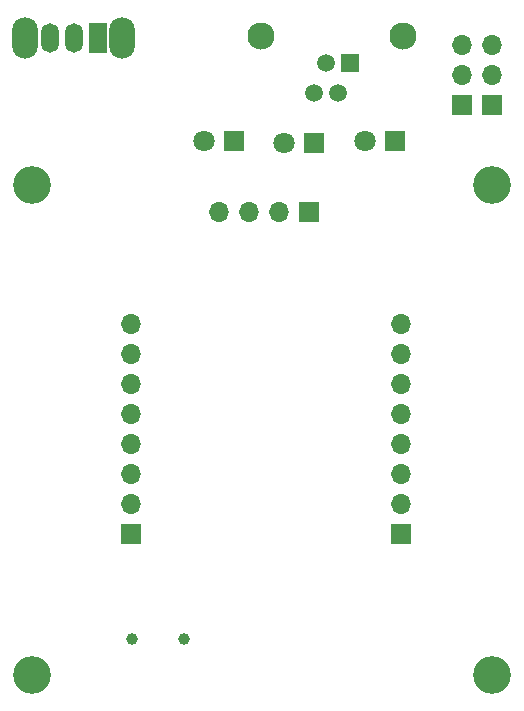
<source format=gbr>
G04 #@! TF.GenerationSoftware,KiCad,Pcbnew,(5.1.7)-1*
G04 #@! TF.CreationDate,2021-03-31T14:02:48+02:00*
G04 #@! TF.ProjectId,Temperature-controller-with-ESP8266,54656d70-6572-4617-9475-72652d636f6e,rev?*
G04 #@! TF.SameCoordinates,Original*
G04 #@! TF.FileFunction,Soldermask,Bot*
G04 #@! TF.FilePolarity,Negative*
%FSLAX46Y46*%
G04 Gerber Fmt 4.6, Leading zero omitted, Abs format (unit mm)*
G04 Created by KiCad (PCBNEW (5.1.7)-1) date 2021-03-31 14:02:48*
%MOMM*%
%LPD*%
G01*
G04 APERTURE LIST*
%ADD10C,1.000000*%
%ADD11O,1.700000X1.700000*%
%ADD12R,1.700000X1.700000*%
%ADD13C,2.300000*%
%ADD14R,1.500000X1.500000*%
%ADD15C,1.500000*%
%ADD16C,1.800000*%
%ADD17R,1.800000X1.800000*%
%ADD18O,2.200000X3.500000*%
%ADD19O,1.500000X2.500000*%
%ADD20R,1.500000X2.500000*%
%ADD21C,3.200000*%
G04 APERTURE END LIST*
D10*
X128692000Y-116845000D03*
X124292000Y-116845000D03*
D11*
X147066000Y-90170000D03*
X147066000Y-92710000D03*
X147066000Y-95250000D03*
X147066000Y-97790000D03*
X147066000Y-100330000D03*
X147066000Y-102870000D03*
X147066000Y-105410000D03*
D12*
X147066000Y-107950000D03*
D13*
X147218000Y-65772000D03*
D14*
X142748000Y-68072000D03*
D15*
X141728000Y-70612000D03*
X140708000Y-68072000D03*
D13*
X135218000Y-65772000D03*
D15*
X139688000Y-70612000D03*
D11*
X131699000Y-80645000D03*
X134239000Y-80645000D03*
X136779000Y-80645000D03*
D12*
X139319000Y-80645000D03*
D16*
X144018000Y-74676000D03*
D17*
X146558000Y-74676000D03*
D18*
X115280000Y-65913000D03*
X123480000Y-65913000D03*
D19*
X117380000Y-65913000D03*
X119380000Y-65913000D03*
D20*
X121380000Y-65913000D03*
D21*
X115824000Y-78359000D03*
X115824000Y-119888000D03*
X154813000Y-78359000D03*
X154813000Y-119888000D03*
D12*
X124206000Y-107950000D03*
D11*
X124206000Y-105410000D03*
X124206000Y-102870000D03*
X124206000Y-100330000D03*
X124206000Y-97790000D03*
X124206000Y-95250000D03*
X124206000Y-92710000D03*
X124206000Y-90170000D03*
X154813000Y-66548000D03*
X154813000Y-69088000D03*
D12*
X154813000Y-71628000D03*
X152273000Y-71628000D03*
D11*
X152273000Y-69088000D03*
X152273000Y-66548000D03*
D16*
X130429000Y-74676000D03*
D17*
X132969000Y-74676000D03*
X139700000Y-74803000D03*
D16*
X137160000Y-74803000D03*
M02*

</source>
